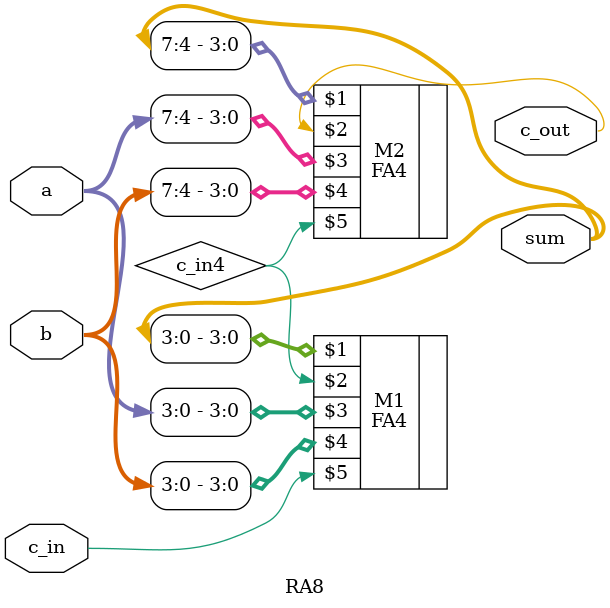
<source format=v>
module RA8 (sum, c_out, a, b, c_in);
  output [7:0] 	sum;
  output 		c_out;
  input 	[7:0] 	a, b;
  input  		c_in;
  wire 		c_in4,  c_out;
  //wire c_in8, c_in12;
  FA4 M1 	(sum[3:0], 	c_in4, 	a[3:0], 		b[3:0], 		c_in);
  FA4 M2 	(sum[7:4], 	c_out, 	a[7:4], 		b[7:4], 		c_in4);
//  FA4 M3 	(sum[11:8], 	c_in12, 	a[11:8], 		b[11:8], 		c_in8);
//  FA4 M4	(sum[15:12],	c_out,	a[15:12],		b[15:12], 	c_in12);
endmodule

</source>
